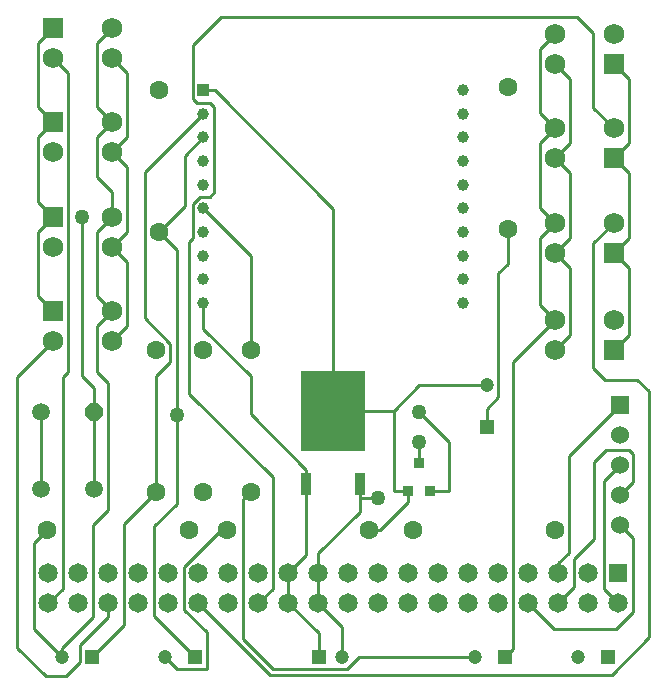
<source format=gtl>
%FSLAX44Y44*%
%MOMM*%
G71*
G01*
G75*
G04 Layer_Physical_Order=1*
G04 Layer_Color=255*
%ADD10R,0.9000X0.9500*%
%ADD11R,0.9000X0.9500*%
%ADD12R,5.5000X6.9000*%
%ADD13R,0.9500X1.9000*%
%ADD14C,0.2540*%
%ADD15R,1.2000X1.2000*%
%ADD16C,1.2000*%
%ADD17C,1.5240*%
%ADD18R,1.5240X1.5240*%
%ADD19C,1.6000*%
%ADD20R,1.6500X1.6500*%
%ADD21C,1.6500*%
%ADD22R,1.2000X1.2000*%
%ADD23C,1.0000*%
%ADD24R,1.0000X1.0000*%
%ADD25C,1.7500*%
%ADD26R,1.7500X1.7500*%
%ADD27C,1.5000*%
%ADD28P,1.6236X8X112.5*%
%ADD29C,1.2700*%
D10*
X343000Y168250D02*
D03*
X352500Y191750D02*
D03*
D11*
X362000Y168250D02*
D03*
D12*
X280000Y236000D02*
D03*
D13*
X302800Y174000D02*
D03*
X257200D02*
D03*
D14*
X352500Y235000D02*
X378250Y209250D01*
Y168250D02*
Y209250D01*
X147500Y232500D02*
Y372500D01*
Y157500D02*
Y232500D01*
X331276Y236000D02*
X352776Y257500D01*
X410000D01*
X427500Y360000D02*
Y390000D01*
X419810Y247690D02*
Y352310D01*
X427500Y360000D01*
X410000Y237880D02*
X419810Y247690D01*
X431860Y33960D02*
Y277060D01*
X425400Y27500D02*
X431860Y33960D01*
Y277060D02*
X467500Y312700D01*
X410000Y222500D02*
Y237880D01*
X530158Y382458D02*
Y437142D01*
X517500Y369800D02*
X530158Y382458D01*
X517500Y449800D02*
X530158Y437142D01*
X500000Y377700D02*
X517500Y395200D01*
X500000Y272500D02*
Y377700D01*
Y272500D02*
X510000Y262500D01*
X480120Y299920D02*
Y357180D01*
X467500Y287300D02*
X480120Y299920D01*
X510000Y262500D02*
X537500D01*
X547500Y252500D01*
Y44100D02*
Y252500D01*
X516010Y12610D02*
X547500Y44100D01*
X12500Y264800D02*
X42500Y294800D01*
X12500Y35400D02*
Y264800D01*
Y35400D02*
X36382Y11518D01*
X153640Y103695D02*
X184945Y135000D01*
X153640Y67742D02*
Y103695D01*
X316000Y165000D02*
X317500D01*
X313140Y162140D02*
X316000Y165000D01*
X67500Y265388D02*
Y399999D01*
Y265388D02*
X77500Y255388D01*
X55060Y404388D02*
X55178Y404506D01*
X55060Y395612D02*
Y404388D01*
Y395612D02*
X55178Y395494D01*
Y404506D02*
Y522122D01*
Y268566D02*
Y395494D01*
X302800Y162140D02*
X313140D01*
X179588Y507500D02*
X280000Y407088D01*
X170000Y507500D02*
X179588D01*
X280000Y236000D02*
Y407088D01*
X298948Y236000D02*
X331276D01*
X331750Y168250D02*
X343000D01*
X331276Y168724D02*
X331750Y168250D01*
X331276Y168724D02*
Y236000D01*
X280000D02*
X283502Y232498D01*
X295446D01*
X298948Y236000D01*
X362000Y168250D02*
X378250D01*
X128240Y138240D02*
X147500Y157500D01*
X128240Y62161D02*
Y138240D01*
X132500Y387500D02*
X147500Y372500D01*
X128240Y62161D02*
X162900Y27500D01*
X158048Y250532D02*
Y379056D01*
Y250532D02*
X228560Y180020D01*
X141810Y277474D02*
Y292950D01*
X130000Y265664D02*
X141810Y277474D01*
X120456Y314304D02*
X141810Y292950D01*
X302800Y162140D02*
Y174000D01*
Y150710D02*
Y162140D01*
X467500Y369800D02*
X480120Y357180D01*
X467500Y449800D02*
X480120Y462420D01*
Y517180D01*
X467500Y529800D02*
X480120Y517180D01*
X467500Y449800D02*
X480120Y437180D01*
Y382420D02*
Y437180D01*
X467500Y369800D02*
X480120Y382420D01*
X79816Y492884D02*
X92500Y480200D01*
X79816Y492884D02*
Y547516D01*
X92500Y560200D01*
X79816Y387516D02*
X92500Y400200D01*
X79816Y332884D02*
Y387516D01*
Y332884D02*
X92500Y320200D01*
Y400200D02*
Y420966D01*
X79816Y433650D02*
X92500Y420966D01*
X79816Y433650D02*
Y467516D01*
X92500Y480200D01*
X26476Y51024D02*
X50000Y27500D01*
X26476Y51024D02*
Y123976D01*
X37500Y135000D01*
X454720Y382420D02*
X467500Y395200D01*
X454720Y325480D02*
Y382420D01*
Y325480D02*
X467500Y312700D01*
X454720Y462420D02*
X467500Y475200D01*
X454720Y407980D02*
Y462420D01*
Y407980D02*
X467500Y395200D01*
X454720Y487980D02*
X467500Y475200D01*
X454720Y487980D02*
Y542420D01*
X467500Y555200D01*
X92500Y454800D02*
X105216Y467516D01*
Y522084D01*
X92500Y534800D02*
X105216Y522084D01*
X92500Y374800D02*
X105216Y362084D01*
Y307516D02*
Y362084D01*
X92500Y294800D02*
X105216Y307516D01*
X92500Y374800D02*
X105216Y387516D01*
Y442084D01*
X92500Y454800D02*
X105216Y442084D01*
X165700Y73300D02*
X226390Y12610D01*
X516010D01*
X500186Y492514D02*
X517500Y475200D01*
X500186Y492514D02*
Y555586D01*
X486724Y569048D02*
X500186Y555586D01*
X184718Y569048D02*
X486724D01*
X161096Y545426D02*
X184718Y569048D01*
X161096Y499960D02*
Y545426D01*
Y499960D02*
X164652Y496404D01*
X175320D01*
X178876Y492848D01*
Y420966D02*
Y492848D01*
X175320Y417410D02*
X178876Y420966D01*
X167446Y417410D02*
X175320D01*
X161096Y411060D02*
X167446Y417410D01*
X161096Y382104D02*
Y411060D01*
X158048Y379056D02*
X161096Y382104D01*
X228560Y85360D02*
Y180020D01*
X216500Y73300D02*
X228560Y85360D01*
X120456Y437956D02*
X170000Y487500D01*
X120456Y314304D02*
Y437956D01*
X130000Y167500D02*
Y265664D01*
X137500Y27500D02*
X147386Y17614D01*
X172780D01*
Y48602D01*
X153640Y67742D02*
X172780Y48602D01*
X352500Y191750D02*
Y203938D01*
X352612Y204050D01*
X517500Y369800D02*
X530158Y357142D01*
Y299958D02*
Y357142D01*
X517500Y287300D02*
X530158Y299958D01*
X517500Y449800D02*
X530158Y462458D01*
Y517142D01*
X517500Y529800D02*
X530158Y517142D01*
X29778Y547478D02*
X42500Y560200D01*
X29778Y492922D02*
Y547478D01*
Y492922D02*
X42500Y480200D01*
X29778Y412922D02*
X42500Y400200D01*
X29778Y412922D02*
Y467478D01*
X42500Y480200D01*
X29778Y387478D02*
X42500Y400200D01*
X29778Y332922D02*
Y387478D01*
Y332922D02*
X42500Y320200D01*
X170000Y305382D02*
Y327500D01*
Y305382D02*
X210118Y265264D01*
Y233260D02*
Y265264D01*
Y233260D02*
X257200Y186178D01*
Y174000D02*
Y186178D01*
Y114000D02*
Y174000D01*
X241900Y98700D02*
X257200Y114000D01*
X445100Y73300D02*
X466750Y51650D01*
X519236D01*
X533360Y65774D01*
Y128340D01*
X522500Y139200D02*
X533360Y128340D01*
X479358Y197658D02*
X522500Y240800D01*
X479358Y115840D02*
Y197658D01*
X470500Y106982D02*
X479358Y115840D01*
X470500Y98700D02*
Y106982D01*
X509076Y85524D02*
X521300Y73300D01*
X509076Y85524D02*
Y176576D01*
X522500Y190000D01*
X470500Y73300D02*
X483840Y86639D01*
Y110832D01*
X500440Y127432D01*
Y192620D01*
X510600Y202780D01*
X530412D01*
X533930Y199262D01*
Y176030D02*
Y199262D01*
X522500Y164600D02*
X533930Y176030D01*
X301792Y27500D02*
X400000D01*
X291982Y17690D02*
X301792Y27500D01*
X228584Y17690D02*
X291982D01*
X203768Y42506D02*
X228584Y17690D01*
X203768Y42506D02*
Y161268D01*
X210000Y167500D01*
X50000Y27500D02*
Y35042D01*
X76260Y61302D01*
Y139280D01*
X88960Y151980D01*
Y259930D01*
X79816Y269074D02*
X88960Y259930D01*
X79816Y269074D02*
Y307516D01*
X92500Y320200D01*
X89500Y61588D02*
Y73300D01*
X65338Y37426D02*
X89500Y61588D01*
X65338Y23456D02*
Y37426D01*
X53400Y11518D02*
X65338Y23456D01*
X36382Y11518D02*
X53400D01*
X77500Y235000D02*
Y255388D01*
X75400Y27500D02*
X102840Y54940D01*
Y140340D01*
X130000Y167500D01*
X310000Y135000D02*
X319376D01*
X343000Y158624D01*
Y168250D01*
X241900Y73300D02*
X267500Y47700D01*
Y27500D02*
Y47700D01*
X267300Y98700D02*
Y115210D01*
X302800Y150710D01*
X132500Y387500D02*
X154492Y409492D01*
Y451992D01*
X170000Y467500D01*
X267300Y73300D02*
X287500Y53100D01*
Y27500D02*
Y53100D01*
X210000Y287500D02*
Y367500D01*
X170000Y407500D02*
X210000Y367500D01*
X38700Y73300D02*
X50860Y85460D01*
Y264248D01*
X55178Y268566D01*
X42500Y534800D02*
X55178Y522122D01*
X32500Y170000D02*
Y235000D01*
X77500Y170000D02*
Y235000D01*
X267300Y73300D02*
Y98700D01*
X241900Y73300D02*
Y98700D01*
D15*
X512900Y27500D02*
D03*
X425400D02*
D03*
X162900D02*
D03*
X75400D02*
D03*
X267500D02*
D03*
D16*
X487500D02*
D03*
X400000D02*
D03*
X137500D02*
D03*
X50000D02*
D03*
X410000Y257500D02*
D03*
X287500Y27500D02*
D03*
D17*
X522500Y139200D02*
D03*
Y164600D02*
D03*
Y190000D02*
D03*
Y215400D02*
D03*
D18*
Y240800D02*
D03*
D19*
X130000Y167500D02*
D03*
Y287500D02*
D03*
X170000Y167500D02*
D03*
Y287500D02*
D03*
X210000D02*
D03*
Y167500D02*
D03*
X467500Y135000D02*
D03*
X347500D02*
D03*
X310000D02*
D03*
X190000D02*
D03*
X157500D02*
D03*
X37500D02*
D03*
X132500Y387500D02*
D03*
Y507500D02*
D03*
X427500Y390000D02*
D03*
Y510000D02*
D03*
D20*
X521300Y98700D02*
D03*
D21*
Y73300D02*
D03*
X495900D02*
D03*
Y98700D02*
D03*
X470500Y73300D02*
D03*
Y98700D02*
D03*
X445100Y73300D02*
D03*
Y98700D02*
D03*
X419700Y73300D02*
D03*
Y98700D02*
D03*
X394300Y73300D02*
D03*
Y98700D02*
D03*
X368900Y73300D02*
D03*
Y98700D02*
D03*
X343500Y73300D02*
D03*
Y98700D02*
D03*
X318100Y73300D02*
D03*
Y98700D02*
D03*
X292700Y73300D02*
D03*
Y98700D02*
D03*
X267300Y73300D02*
D03*
Y98700D02*
D03*
X241900Y73300D02*
D03*
Y98700D02*
D03*
X216500Y73300D02*
D03*
Y98700D02*
D03*
X191100Y73300D02*
D03*
Y98700D02*
D03*
X165700Y73300D02*
D03*
Y98700D02*
D03*
X140300Y73300D02*
D03*
Y98700D02*
D03*
X114900Y73300D02*
D03*
Y98700D02*
D03*
X89500Y73300D02*
D03*
Y98700D02*
D03*
X64100Y73300D02*
D03*
Y98700D02*
D03*
X38700Y73300D02*
D03*
Y98700D02*
D03*
D22*
X410000Y222500D02*
D03*
D23*
X390000Y507500D02*
D03*
Y487500D02*
D03*
Y467500D02*
D03*
Y447500D02*
D03*
Y427500D02*
D03*
Y407500D02*
D03*
Y387500D02*
D03*
Y367500D02*
D03*
Y347500D02*
D03*
Y327500D02*
D03*
X170000Y487500D02*
D03*
Y467500D02*
D03*
Y447500D02*
D03*
Y427500D02*
D03*
Y407500D02*
D03*
Y387500D02*
D03*
Y367500D02*
D03*
Y347500D02*
D03*
Y327500D02*
D03*
D24*
Y507500D02*
D03*
D25*
X42500Y294800D02*
D03*
X92500D02*
D03*
Y320200D02*
D03*
X42500Y374800D02*
D03*
X92500D02*
D03*
Y400200D02*
D03*
X42500Y454800D02*
D03*
X92500D02*
D03*
Y480200D02*
D03*
X42500Y534800D02*
D03*
X92500D02*
D03*
Y560200D02*
D03*
X517500Y312700D02*
D03*
X467500D02*
D03*
Y287300D02*
D03*
X517500Y395200D02*
D03*
X467500D02*
D03*
Y369800D02*
D03*
X517500Y475200D02*
D03*
X467500D02*
D03*
Y449800D02*
D03*
X517500Y555200D02*
D03*
X467500D02*
D03*
Y529800D02*
D03*
D26*
X42500Y320200D02*
D03*
Y400200D02*
D03*
Y480200D02*
D03*
Y560200D02*
D03*
X517500Y287300D02*
D03*
Y369800D02*
D03*
Y449800D02*
D03*
Y529800D02*
D03*
D27*
X32500Y170000D02*
D03*
X77500D02*
D03*
X32500Y235000D02*
D03*
D28*
X77500D02*
D03*
D29*
X352500Y235000D02*
D03*
X147500Y232500D02*
D03*
X67500Y399999D02*
D03*
X317500Y162000D02*
D03*
X352500Y210000D02*
D03*
M02*

</source>
